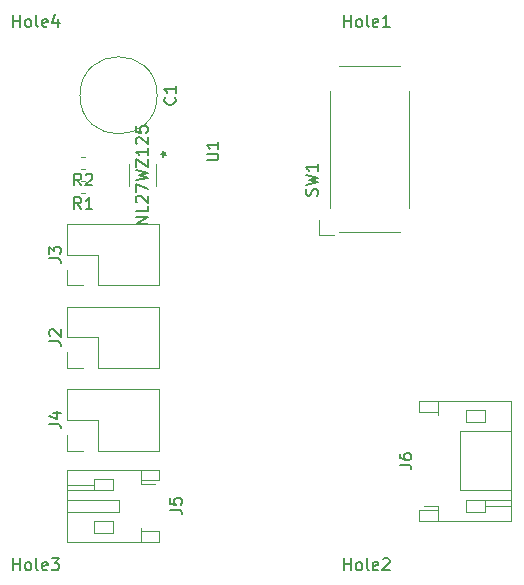
<source format=gbr>
G04 #@! TF.GenerationSoftware,KiCad,Pcbnew,5.1.5+dfsg1-2build2*
G04 #@! TF.CreationDate,2021-06-08T03:42:44+09:00*
G04 #@! TF.ProjectId,m5-pantilt,6d352d70-616e-4746-996c-742e6b696361,1*
G04 #@! TF.SameCoordinates,Original*
G04 #@! TF.FileFunction,Legend,Top*
G04 #@! TF.FilePolarity,Positive*
%FSLAX46Y46*%
G04 Gerber Fmt 4.6, Leading zero omitted, Abs format (unit mm)*
G04 Created by KiCad (PCBNEW 5.1.5+dfsg1-2build2) date 2021-06-08 03:42:44*
%MOMM*%
%LPD*%
G04 APERTURE LIST*
%ADD10C,0.120000*%
%ADD11C,0.150000*%
G04 APERTURE END LIST*
D10*
X145040000Y-93060000D02*
X145040000Y-93340000D01*
X145040000Y-93340000D02*
X143440000Y-93340000D01*
X143440000Y-93340000D02*
X143440000Y-94260000D01*
X143440000Y-94260000D02*
X151260000Y-94260000D01*
X151260000Y-94260000D02*
X151260000Y-84140000D01*
X151260000Y-84140000D02*
X143440000Y-84140000D01*
X143440000Y-84140000D02*
X143440000Y-85060000D01*
X143440000Y-85060000D02*
X145040000Y-85060000D01*
X145040000Y-85060000D02*
X145040000Y-85340000D01*
X151260000Y-91700000D02*
X146900000Y-91700000D01*
X146900000Y-91700000D02*
X146900000Y-86700000D01*
X146900000Y-86700000D02*
X151260000Y-86700000D01*
X145040000Y-94260000D02*
X145040000Y-93340000D01*
X145040000Y-84140000D02*
X145040000Y-85060000D01*
X147400000Y-93500000D02*
X149000000Y-93500000D01*
X149000000Y-93500000D02*
X149000000Y-92500000D01*
X149000000Y-92500000D02*
X147400000Y-92500000D01*
X147400000Y-92500000D02*
X147400000Y-93500000D01*
X147400000Y-84900000D02*
X149000000Y-84900000D01*
X149000000Y-84900000D02*
X149000000Y-85900000D01*
X149000000Y-85900000D02*
X147400000Y-85900000D01*
X147400000Y-85900000D02*
X147400000Y-84900000D01*
X149000000Y-92500000D02*
X151260000Y-92500000D01*
X149000000Y-93000000D02*
X151260000Y-93000000D01*
X145040000Y-93060000D02*
X143825000Y-93060000D01*
X121410000Y-81330000D02*
X121410000Y-76130000D01*
X116270000Y-81330000D02*
X121410000Y-81330000D01*
X113670000Y-76130000D02*
X121410000Y-76130000D01*
X116270000Y-81330000D02*
X116270000Y-78730000D01*
X116270000Y-78730000D02*
X113670000Y-78730000D01*
X113670000Y-78730000D02*
X113670000Y-76130000D01*
X115000000Y-81330000D02*
X113670000Y-81330000D01*
X113670000Y-81330000D02*
X113670000Y-80000000D01*
X115171267Y-66510000D02*
X114828733Y-66510000D01*
X115171267Y-65490000D02*
X114828733Y-65490000D01*
X115171267Y-63490000D02*
X114828733Y-63490000D01*
X115171267Y-64510000D02*
X114828733Y-64510000D01*
X121270000Y-58250000D02*
G75*
G03X121270000Y-58250000I-3270000J0D01*
G01*
X119860000Y-91140000D02*
X121075000Y-91140000D01*
X115900000Y-91200000D02*
X113640000Y-91200000D01*
X115900000Y-91700000D02*
X113640000Y-91700000D01*
X117500000Y-94300000D02*
X117500000Y-95300000D01*
X115900000Y-94300000D02*
X117500000Y-94300000D01*
X115900000Y-95300000D02*
X115900000Y-94300000D01*
X117500000Y-95300000D02*
X115900000Y-95300000D01*
X117500000Y-91700000D02*
X117500000Y-90700000D01*
X115900000Y-91700000D02*
X117500000Y-91700000D01*
X115900000Y-90700000D02*
X115900000Y-91700000D01*
X117500000Y-90700000D02*
X115900000Y-90700000D01*
X119860000Y-96060000D02*
X119860000Y-95140000D01*
X119860000Y-89940000D02*
X119860000Y-90860000D01*
X118000000Y-93500000D02*
X113640000Y-93500000D01*
X118000000Y-92500000D02*
X118000000Y-93500000D01*
X113640000Y-92500000D02*
X118000000Y-92500000D01*
X119860000Y-95140000D02*
X119860000Y-94860000D01*
X121460000Y-95140000D02*
X119860000Y-95140000D01*
X121460000Y-96060000D02*
X121460000Y-95140000D01*
X113640000Y-96060000D02*
X121460000Y-96060000D01*
X113640000Y-89940000D02*
X113640000Y-96060000D01*
X121460000Y-89940000D02*
X113640000Y-89940000D01*
X121460000Y-90860000D02*
X121460000Y-89940000D01*
X119860000Y-90860000D02*
X121460000Y-90860000D01*
X119860000Y-91140000D02*
X119860000Y-90860000D01*
X121410000Y-74330000D02*
X121410000Y-69130000D01*
X116270000Y-74330000D02*
X121410000Y-74330000D01*
X113670000Y-69130000D02*
X121410000Y-69130000D01*
X116270000Y-74330000D02*
X116270000Y-71730000D01*
X116270000Y-71730000D02*
X113670000Y-71730000D01*
X113670000Y-71730000D02*
X113670000Y-69130000D01*
X115000000Y-74330000D02*
X113670000Y-74330000D01*
X113670000Y-74330000D02*
X113670000Y-73000000D01*
X136650000Y-55800000D02*
X141850000Y-55800000D01*
X141850000Y-69800000D02*
X136650000Y-69800000D01*
X135900000Y-67750000D02*
X135900000Y-57850000D01*
X142600000Y-57850000D02*
X142600000Y-67750000D01*
X136250000Y-70100000D02*
X134950000Y-70100000D01*
X134950000Y-70100000D02*
X134950000Y-68800000D01*
X113670000Y-88330000D02*
X113670000Y-87000000D01*
X115000000Y-88330000D02*
X113670000Y-88330000D01*
X113670000Y-85730000D02*
X113670000Y-83130000D01*
X116270000Y-85730000D02*
X113670000Y-85730000D01*
X116270000Y-88330000D02*
X116270000Y-85730000D01*
X113670000Y-83130000D02*
X121410000Y-83130000D01*
X116270000Y-88330000D02*
X121410000Y-88330000D01*
X121410000Y-88330000D02*
X121410000Y-83130000D01*
X118869700Y-64060067D02*
X118869700Y-65939933D01*
X121130300Y-65939933D02*
X121130300Y-64060067D01*
D11*
X141802380Y-89533333D02*
X142516666Y-89533333D01*
X142659523Y-89580952D01*
X142754761Y-89676190D01*
X142802380Y-89819047D01*
X142802380Y-89914285D01*
X141802380Y-88628571D02*
X141802380Y-88819047D01*
X141850000Y-88914285D01*
X141897619Y-88961904D01*
X142040476Y-89057142D01*
X142230952Y-89104761D01*
X142611904Y-89104761D01*
X142707142Y-89057142D01*
X142754761Y-89009523D01*
X142802380Y-88914285D01*
X142802380Y-88723809D01*
X142754761Y-88628571D01*
X142707142Y-88580952D01*
X142611904Y-88533333D01*
X142373809Y-88533333D01*
X142278571Y-88580952D01*
X142230952Y-88628571D01*
X142183333Y-88723809D01*
X142183333Y-88914285D01*
X142230952Y-89009523D01*
X142278571Y-89057142D01*
X142373809Y-89104761D01*
X112122380Y-79063333D02*
X112836666Y-79063333D01*
X112979523Y-79110952D01*
X113074761Y-79206190D01*
X113122380Y-79349047D01*
X113122380Y-79444285D01*
X112217619Y-78634761D02*
X112170000Y-78587142D01*
X112122380Y-78491904D01*
X112122380Y-78253809D01*
X112170000Y-78158571D01*
X112217619Y-78110952D01*
X112312857Y-78063333D01*
X112408095Y-78063333D01*
X112550952Y-78110952D01*
X113122380Y-78682380D01*
X113122380Y-78063333D01*
X114833333Y-67882380D02*
X114500000Y-67406190D01*
X114261904Y-67882380D02*
X114261904Y-66882380D01*
X114642857Y-66882380D01*
X114738095Y-66930000D01*
X114785714Y-66977619D01*
X114833333Y-67072857D01*
X114833333Y-67215714D01*
X114785714Y-67310952D01*
X114738095Y-67358571D01*
X114642857Y-67406190D01*
X114261904Y-67406190D01*
X115785714Y-67882380D02*
X115214285Y-67882380D01*
X115500000Y-67882380D02*
X115500000Y-66882380D01*
X115404761Y-67025238D01*
X115309523Y-67120476D01*
X115214285Y-67168095D01*
X114833333Y-65882380D02*
X114500000Y-65406190D01*
X114261904Y-65882380D02*
X114261904Y-64882380D01*
X114642857Y-64882380D01*
X114738095Y-64930000D01*
X114785714Y-64977619D01*
X114833333Y-65072857D01*
X114833333Y-65215714D01*
X114785714Y-65310952D01*
X114738095Y-65358571D01*
X114642857Y-65406190D01*
X114261904Y-65406190D01*
X115214285Y-64977619D02*
X115261904Y-64930000D01*
X115357142Y-64882380D01*
X115595238Y-64882380D01*
X115690476Y-64930000D01*
X115738095Y-64977619D01*
X115785714Y-65072857D01*
X115785714Y-65168095D01*
X115738095Y-65310952D01*
X115166666Y-65882380D01*
X115785714Y-65882380D01*
X122757142Y-58416666D02*
X122804761Y-58464285D01*
X122852380Y-58607142D01*
X122852380Y-58702380D01*
X122804761Y-58845238D01*
X122709523Y-58940476D01*
X122614285Y-58988095D01*
X122423809Y-59035714D01*
X122280952Y-59035714D01*
X122090476Y-58988095D01*
X121995238Y-58940476D01*
X121900000Y-58845238D01*
X121852380Y-58702380D01*
X121852380Y-58607142D01*
X121900000Y-58464285D01*
X121947619Y-58416666D01*
X122852380Y-57464285D02*
X122852380Y-58035714D01*
X122852380Y-57750000D02*
X121852380Y-57750000D01*
X121995238Y-57845238D01*
X122090476Y-57940476D01*
X122138095Y-58035714D01*
X122352380Y-93333333D02*
X123066666Y-93333333D01*
X123209523Y-93380952D01*
X123304761Y-93476190D01*
X123352380Y-93619047D01*
X123352380Y-93714285D01*
X122352380Y-92380952D02*
X122352380Y-92857142D01*
X122828571Y-92904761D01*
X122780952Y-92857142D01*
X122733333Y-92761904D01*
X122733333Y-92523809D01*
X122780952Y-92428571D01*
X122828571Y-92380952D01*
X122923809Y-92333333D01*
X123161904Y-92333333D01*
X123257142Y-92380952D01*
X123304761Y-92428571D01*
X123352380Y-92523809D01*
X123352380Y-92761904D01*
X123304761Y-92857142D01*
X123257142Y-92904761D01*
X112122380Y-72063333D02*
X112836666Y-72063333D01*
X112979523Y-72110952D01*
X113074761Y-72206190D01*
X113122380Y-72349047D01*
X113122380Y-72444285D01*
X112122380Y-71682380D02*
X112122380Y-71063333D01*
X112503333Y-71396666D01*
X112503333Y-71253809D01*
X112550952Y-71158571D01*
X112598571Y-71110952D01*
X112693809Y-71063333D01*
X112931904Y-71063333D01*
X113027142Y-71110952D01*
X113074761Y-71158571D01*
X113122380Y-71253809D01*
X113122380Y-71539523D01*
X113074761Y-71634761D01*
X113027142Y-71682380D01*
X134804761Y-66733333D02*
X134852380Y-66590476D01*
X134852380Y-66352380D01*
X134804761Y-66257142D01*
X134757142Y-66209523D01*
X134661904Y-66161904D01*
X134566666Y-66161904D01*
X134471428Y-66209523D01*
X134423809Y-66257142D01*
X134376190Y-66352380D01*
X134328571Y-66542857D01*
X134280952Y-66638095D01*
X134233333Y-66685714D01*
X134138095Y-66733333D01*
X134042857Y-66733333D01*
X133947619Y-66685714D01*
X133900000Y-66638095D01*
X133852380Y-66542857D01*
X133852380Y-66304761D01*
X133900000Y-66161904D01*
X133852380Y-65828571D02*
X134852380Y-65590476D01*
X134138095Y-65400000D01*
X134852380Y-65209523D01*
X133852380Y-64971428D01*
X134852380Y-64066666D02*
X134852380Y-64638095D01*
X134852380Y-64352380D02*
X133852380Y-64352380D01*
X133995238Y-64447619D01*
X134090476Y-64542857D01*
X134138095Y-64638095D01*
X112122380Y-86063333D02*
X112836666Y-86063333D01*
X112979523Y-86110952D01*
X113074761Y-86206190D01*
X113122380Y-86349047D01*
X113122380Y-86444285D01*
X112455714Y-85158571D02*
X113122380Y-85158571D01*
X112074761Y-85396666D02*
X112789047Y-85634761D01*
X112789047Y-85015714D01*
X125452380Y-63761904D02*
X126261904Y-63761904D01*
X126357142Y-63714285D01*
X126404761Y-63666666D01*
X126452380Y-63571428D01*
X126452380Y-63380952D01*
X126404761Y-63285714D01*
X126357142Y-63238095D01*
X126261904Y-63190476D01*
X125452380Y-63190476D01*
X126452380Y-62190476D02*
X126452380Y-62761904D01*
X126452380Y-62476190D02*
X125452380Y-62476190D01*
X125595238Y-62571428D01*
X125690476Y-62666666D01*
X125738095Y-62761904D01*
X120452380Y-69119047D02*
X119452380Y-69119047D01*
X120452380Y-68547619D01*
X119452380Y-68547619D01*
X120452380Y-67595238D02*
X120452380Y-68071428D01*
X119452380Y-68071428D01*
X119547619Y-67309523D02*
X119500000Y-67261904D01*
X119452380Y-67166666D01*
X119452380Y-66928571D01*
X119500000Y-66833333D01*
X119547619Y-66785714D01*
X119642857Y-66738095D01*
X119738095Y-66738095D01*
X119880952Y-66785714D01*
X120452380Y-67357142D01*
X120452380Y-66738095D01*
X119452380Y-66404761D02*
X119452380Y-65738095D01*
X120452380Y-66166666D01*
X119452380Y-65452380D02*
X120452380Y-65214285D01*
X119738095Y-65023809D01*
X120452380Y-64833333D01*
X119452380Y-64595238D01*
X119452380Y-64309523D02*
X119452380Y-63642857D01*
X120452380Y-64309523D01*
X120452380Y-63642857D01*
X120452380Y-62738095D02*
X120452380Y-63309523D01*
X120452380Y-63023809D02*
X119452380Y-63023809D01*
X119595238Y-63119047D01*
X119690476Y-63214285D01*
X119738095Y-63309523D01*
X119547619Y-62357142D02*
X119500000Y-62309523D01*
X119452380Y-62214285D01*
X119452380Y-61976190D01*
X119500000Y-61880952D01*
X119547619Y-61833333D01*
X119642857Y-61785714D01*
X119738095Y-61785714D01*
X119880952Y-61833333D01*
X120452380Y-62404761D01*
X120452380Y-61785714D01*
X119452380Y-60880952D02*
X119452380Y-61357142D01*
X119928571Y-61404761D01*
X119880952Y-61357142D01*
X119833333Y-61261904D01*
X119833333Y-61023809D01*
X119880952Y-60928571D01*
X119928571Y-60880952D01*
X120023809Y-60833333D01*
X120261904Y-60833333D01*
X120357142Y-60880952D01*
X120404761Y-60928571D01*
X120452380Y-61023809D01*
X120452380Y-61261904D01*
X120404761Y-61357142D01*
X120357142Y-61404761D01*
X121599380Y-63190250D02*
X121837476Y-63190250D01*
X121742238Y-63428345D02*
X121837476Y-63190250D01*
X121742238Y-62952154D01*
X122027952Y-63333107D02*
X121837476Y-63190250D01*
X122027952Y-63047392D01*
X121599380Y-63190250D02*
X121837476Y-63190250D01*
X121742238Y-63428345D02*
X121837476Y-63190250D01*
X121742238Y-62952154D01*
X122027952Y-63333107D02*
X121837476Y-63190250D01*
X122027952Y-63047392D01*
X109095238Y-52452380D02*
X109095238Y-51452380D01*
X109095238Y-51928571D02*
X109666666Y-51928571D01*
X109666666Y-52452380D02*
X109666666Y-51452380D01*
X110285714Y-52452380D02*
X110190476Y-52404761D01*
X110142857Y-52357142D01*
X110095238Y-52261904D01*
X110095238Y-51976190D01*
X110142857Y-51880952D01*
X110190476Y-51833333D01*
X110285714Y-51785714D01*
X110428571Y-51785714D01*
X110523809Y-51833333D01*
X110571428Y-51880952D01*
X110619047Y-51976190D01*
X110619047Y-52261904D01*
X110571428Y-52357142D01*
X110523809Y-52404761D01*
X110428571Y-52452380D01*
X110285714Y-52452380D01*
X111190476Y-52452380D02*
X111095238Y-52404761D01*
X111047619Y-52309523D01*
X111047619Y-51452380D01*
X111952380Y-52404761D02*
X111857142Y-52452380D01*
X111666666Y-52452380D01*
X111571428Y-52404761D01*
X111523809Y-52309523D01*
X111523809Y-51928571D01*
X111571428Y-51833333D01*
X111666666Y-51785714D01*
X111857142Y-51785714D01*
X111952380Y-51833333D01*
X112000000Y-51928571D01*
X112000000Y-52023809D01*
X111523809Y-52119047D01*
X112857142Y-51785714D02*
X112857142Y-52452380D01*
X112619047Y-51404761D02*
X112380952Y-52119047D01*
X113000000Y-52119047D01*
X137095238Y-98452380D02*
X137095238Y-97452380D01*
X137095238Y-97928571D02*
X137666666Y-97928571D01*
X137666666Y-98452380D02*
X137666666Y-97452380D01*
X138285714Y-98452380D02*
X138190476Y-98404761D01*
X138142857Y-98357142D01*
X138095238Y-98261904D01*
X138095238Y-97976190D01*
X138142857Y-97880952D01*
X138190476Y-97833333D01*
X138285714Y-97785714D01*
X138428571Y-97785714D01*
X138523809Y-97833333D01*
X138571428Y-97880952D01*
X138619047Y-97976190D01*
X138619047Y-98261904D01*
X138571428Y-98357142D01*
X138523809Y-98404761D01*
X138428571Y-98452380D01*
X138285714Y-98452380D01*
X139190476Y-98452380D02*
X139095238Y-98404761D01*
X139047619Y-98309523D01*
X139047619Y-97452380D01*
X139952380Y-98404761D02*
X139857142Y-98452380D01*
X139666666Y-98452380D01*
X139571428Y-98404761D01*
X139523809Y-98309523D01*
X139523809Y-97928571D01*
X139571428Y-97833333D01*
X139666666Y-97785714D01*
X139857142Y-97785714D01*
X139952380Y-97833333D01*
X140000000Y-97928571D01*
X140000000Y-98023809D01*
X139523809Y-98119047D01*
X140380952Y-97547619D02*
X140428571Y-97500000D01*
X140523809Y-97452380D01*
X140761904Y-97452380D01*
X140857142Y-97500000D01*
X140904761Y-97547619D01*
X140952380Y-97642857D01*
X140952380Y-97738095D01*
X140904761Y-97880952D01*
X140333333Y-98452380D01*
X140952380Y-98452380D01*
X137095238Y-52452380D02*
X137095238Y-51452380D01*
X137095238Y-51928571D02*
X137666666Y-51928571D01*
X137666666Y-52452380D02*
X137666666Y-51452380D01*
X138285714Y-52452380D02*
X138190476Y-52404761D01*
X138142857Y-52357142D01*
X138095238Y-52261904D01*
X138095238Y-51976190D01*
X138142857Y-51880952D01*
X138190476Y-51833333D01*
X138285714Y-51785714D01*
X138428571Y-51785714D01*
X138523809Y-51833333D01*
X138571428Y-51880952D01*
X138619047Y-51976190D01*
X138619047Y-52261904D01*
X138571428Y-52357142D01*
X138523809Y-52404761D01*
X138428571Y-52452380D01*
X138285714Y-52452380D01*
X139190476Y-52452380D02*
X139095238Y-52404761D01*
X139047619Y-52309523D01*
X139047619Y-51452380D01*
X139952380Y-52404761D02*
X139857142Y-52452380D01*
X139666666Y-52452380D01*
X139571428Y-52404761D01*
X139523809Y-52309523D01*
X139523809Y-51928571D01*
X139571428Y-51833333D01*
X139666666Y-51785714D01*
X139857142Y-51785714D01*
X139952380Y-51833333D01*
X140000000Y-51928571D01*
X140000000Y-52023809D01*
X139523809Y-52119047D01*
X140952380Y-52452380D02*
X140380952Y-52452380D01*
X140666666Y-52452380D02*
X140666666Y-51452380D01*
X140571428Y-51595238D01*
X140476190Y-51690476D01*
X140380952Y-51738095D01*
X109095238Y-98452380D02*
X109095238Y-97452380D01*
X109095238Y-97928571D02*
X109666666Y-97928571D01*
X109666666Y-98452380D02*
X109666666Y-97452380D01*
X110285714Y-98452380D02*
X110190476Y-98404761D01*
X110142857Y-98357142D01*
X110095238Y-98261904D01*
X110095238Y-97976190D01*
X110142857Y-97880952D01*
X110190476Y-97833333D01*
X110285714Y-97785714D01*
X110428571Y-97785714D01*
X110523809Y-97833333D01*
X110571428Y-97880952D01*
X110619047Y-97976190D01*
X110619047Y-98261904D01*
X110571428Y-98357142D01*
X110523809Y-98404761D01*
X110428571Y-98452380D01*
X110285714Y-98452380D01*
X111190476Y-98452380D02*
X111095238Y-98404761D01*
X111047619Y-98309523D01*
X111047619Y-97452380D01*
X111952380Y-98404761D02*
X111857142Y-98452380D01*
X111666666Y-98452380D01*
X111571428Y-98404761D01*
X111523809Y-98309523D01*
X111523809Y-97928571D01*
X111571428Y-97833333D01*
X111666666Y-97785714D01*
X111857142Y-97785714D01*
X111952380Y-97833333D01*
X112000000Y-97928571D01*
X112000000Y-98023809D01*
X111523809Y-98119047D01*
X112333333Y-97452380D02*
X112952380Y-97452380D01*
X112619047Y-97833333D01*
X112761904Y-97833333D01*
X112857142Y-97880952D01*
X112904761Y-97928571D01*
X112952380Y-98023809D01*
X112952380Y-98261904D01*
X112904761Y-98357142D01*
X112857142Y-98404761D01*
X112761904Y-98452380D01*
X112476190Y-98452380D01*
X112380952Y-98404761D01*
X112333333Y-98357142D01*
M02*

</source>
